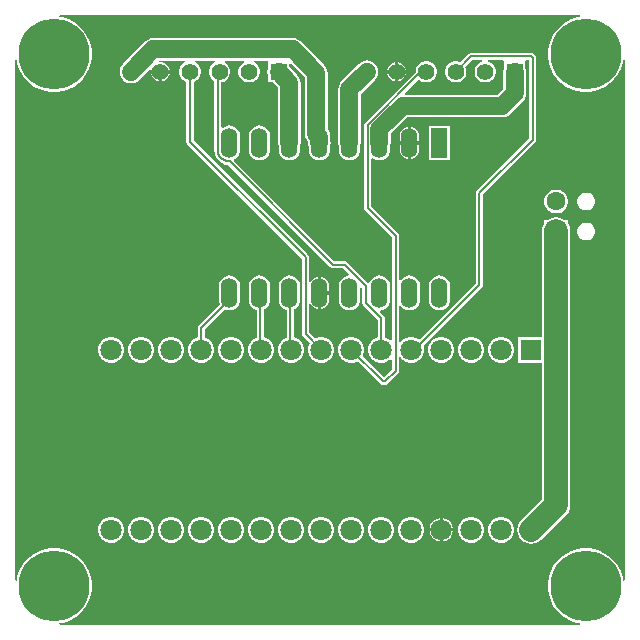
<source format=gtl>
G04*
G04 #@! TF.GenerationSoftware,Altium Limited,Altium Designer,22.11.1 (43)*
G04*
G04 Layer_Physical_Order=1*
G04 Layer_Color=255*
%FSLAX25Y25*%
%MOIN*%
G70*
G04*
G04 #@! TF.SameCoordinates,3EAF4D91-0D8D-45E1-A7EC-BFDBC9DB4610*
G04*
G04*
G04 #@! TF.FilePolarity,Positive*
G04*
G01*
G75*
%ADD10C,0.00787*%
%ADD17R,0.05512X0.05512*%
%ADD18C,0.05512*%
%ADD23C,0.05906*%
%ADD24C,0.07874*%
%ADD25C,0.01500*%
%ADD26C,0.23622*%
%ADD27R,0.07087X0.07087*%
%ADD28C,0.07087*%
%ADD29R,0.06299X0.06299*%
%ADD30C,0.06299*%
%ADD31R,0.05500X0.10000*%
%ADD32O,0.05500X0.10000*%
G36*
X175406Y12477D02*
X174215Y12288D01*
X172329Y11675D01*
X170562Y10775D01*
X168958Y9610D01*
X167556Y8207D01*
X166390Y6603D01*
X165490Y4836D01*
X164877Y2950D01*
X164567Y991D01*
Y-991D01*
X164877Y-2950D01*
X165490Y-4836D01*
X166390Y-6603D01*
X167556Y-8207D01*
X168958Y-9610D01*
X170562Y-10775D01*
X172329Y-11675D01*
X174215Y-12288D01*
X176174Y-12598D01*
X178157D01*
X180115Y-12288D01*
X182001Y-11675D01*
X183768Y-10775D01*
X185373Y-9610D01*
X186775Y-8207D01*
X187941Y-6603D01*
X188841Y-4836D01*
X189454Y-2950D01*
X189642Y-1760D01*
X190142Y-1799D01*
Y-175366D01*
X189642Y-175406D01*
X189454Y-174215D01*
X188841Y-172329D01*
X187941Y-170562D01*
X186775Y-168958D01*
X185373Y-167556D01*
X183768Y-166390D01*
X182001Y-165490D01*
X180115Y-164877D01*
X178157Y-164567D01*
X176174D01*
X174215Y-164877D01*
X172329Y-165490D01*
X170562Y-166390D01*
X168958Y-167556D01*
X167556Y-168958D01*
X166390Y-170562D01*
X165490Y-172329D01*
X164877Y-174215D01*
X164567Y-176174D01*
Y-178157D01*
X164877Y-180115D01*
X165490Y-182001D01*
X166390Y-183768D01*
X167556Y-185373D01*
X168958Y-186775D01*
X170562Y-187941D01*
X172329Y-188841D01*
X174215Y-189454D01*
X175406Y-189642D01*
X175366Y-190142D01*
X1799D01*
X1760Y-189642D01*
X2950Y-189454D01*
X4836Y-188841D01*
X6603Y-187941D01*
X8207Y-186775D01*
X9610Y-185373D01*
X10775Y-183768D01*
X11675Y-182001D01*
X12288Y-180115D01*
X12598Y-178157D01*
Y-176174D01*
X12288Y-174215D01*
X11675Y-172329D01*
X10775Y-170562D01*
X9610Y-168958D01*
X8207Y-167556D01*
X6603Y-166390D01*
X4836Y-165490D01*
X2950Y-164877D01*
X991Y-164567D01*
X-991D01*
X-2950Y-164877D01*
X-4836Y-165490D01*
X-6603Y-166390D01*
X-8207Y-167556D01*
X-9610Y-168958D01*
X-10775Y-170562D01*
X-11675Y-172329D01*
X-12288Y-174215D01*
X-12477Y-175406D01*
X-12977Y-175366D01*
Y-1799D01*
X-12477Y-1760D01*
X-12288Y-2950D01*
X-11675Y-4836D01*
X-10775Y-6603D01*
X-9610Y-8207D01*
X-8207Y-9610D01*
X-6603Y-10775D01*
X-4836Y-11675D01*
X-2950Y-12288D01*
X-991Y-12598D01*
X991D01*
X2950Y-12288D01*
X4836Y-11675D01*
X6603Y-10775D01*
X8207Y-9610D01*
X9610Y-8207D01*
X10775Y-6603D01*
X11675Y-4836D01*
X12288Y-2950D01*
X12598Y-991D01*
Y991D01*
X12288Y2950D01*
X11675Y4836D01*
X10775Y6603D01*
X9610Y8207D01*
X8207Y9610D01*
X6603Y10775D01*
X4836Y11675D01*
X2950Y12288D01*
X1760Y12477D01*
X1799Y12977D01*
X175366D01*
X175406Y12477D01*
D02*
G37*
%LPC*%
G36*
X114764Y-2705D02*
Y-5217D01*
X117276D01*
X117108Y-4591D01*
X116693Y-3873D01*
X116107Y-3287D01*
X115389Y-2872D01*
X114764Y-2705D01*
D02*
G37*
G36*
X113583Y-2705D02*
X112958Y-2872D01*
X112239Y-3287D01*
X111653Y-3873D01*
X111238Y-4591D01*
X111071Y-5217D01*
X113583D01*
Y-2705D01*
D02*
G37*
G36*
X117276Y-6398D02*
X114764D01*
Y-8910D01*
X115389Y-8742D01*
X116107Y-8327D01*
X116693Y-7741D01*
X117108Y-7023D01*
X117276Y-6398D01*
D02*
G37*
G36*
X38535D02*
X36024D01*
Y-8910D01*
X36649Y-8742D01*
X37367Y-8327D01*
X37953Y-7741D01*
X38368Y-7023D01*
X38535Y-6398D01*
D02*
G37*
G36*
X113583D02*
X111071D01*
X111238Y-7023D01*
X111653Y-7741D01*
X112239Y-8327D01*
X112958Y-8742D01*
X113583Y-8910D01*
Y-6398D01*
D02*
G37*
G36*
X34843D02*
X32331D01*
X32498Y-7023D01*
X32913Y-7741D01*
X33499Y-8327D01*
X34217Y-8742D01*
X34843Y-8910D01*
Y-6398D01*
D02*
G37*
G36*
X104331Y-2035D02*
X103354Y-2163D01*
X102445Y-2540D01*
X101663Y-3140D01*
X95758Y-9045D01*
X95158Y-9826D01*
X94781Y-10736D01*
X94653Y-11713D01*
Y-29528D01*
X94781Y-30504D01*
X94857Y-30687D01*
Y-31778D01*
X94979Y-32701D01*
X95335Y-33562D01*
X95902Y-34301D01*
X96641Y-34868D01*
X97502Y-35224D01*
X98425Y-35346D01*
X99349Y-35224D01*
X100209Y-34868D01*
X100948Y-34301D01*
X101515Y-33562D01*
X101872Y-32701D01*
X101993Y-31778D01*
Y-30687D01*
X102069Y-30504D01*
X102198Y-29528D01*
Y-13275D01*
X106998Y-8475D01*
X107598Y-7693D01*
X107975Y-6784D01*
X108103Y-5807D01*
X107975Y-4831D01*
X107598Y-3921D01*
X106998Y-3140D01*
X106217Y-2540D01*
X105307Y-2163D01*
X104331Y-2035D01*
D02*
G37*
G36*
X68425Y-23710D02*
X67502Y-23831D01*
X66641Y-24188D01*
X65902Y-24755D01*
X65335Y-25494D01*
X64979Y-26354D01*
X64857Y-27278D01*
Y-31778D01*
X64979Y-32701D01*
X65335Y-33562D01*
X65902Y-34301D01*
X66641Y-34868D01*
X67502Y-35224D01*
X68425Y-35346D01*
X69349Y-35224D01*
X70209Y-34868D01*
X70948Y-34301D01*
X71515Y-33562D01*
X71872Y-32701D01*
X71993Y-31778D01*
Y-27278D01*
X71872Y-26354D01*
X71515Y-25494D01*
X70948Y-24755D01*
X70209Y-24188D01*
X69349Y-23831D01*
X68425Y-23710D01*
D02*
G37*
G36*
X177712Y-46102D02*
X176934D01*
X176183Y-46304D01*
X175510Y-46692D01*
X174960Y-47242D01*
X174571Y-47915D01*
X174370Y-48666D01*
Y-49444D01*
X174571Y-50195D01*
X174960Y-50868D01*
X175510Y-51418D01*
X176183Y-51807D01*
X176934Y-52008D01*
X177712D01*
X178463Y-51807D01*
X179136Y-51418D01*
X179686Y-50868D01*
X180074Y-50195D01*
X180276Y-49444D01*
Y-48666D01*
X180074Y-47915D01*
X179686Y-47242D01*
X179136Y-46692D01*
X178463Y-46304D01*
X177712Y-46102D01*
D02*
G37*
G36*
X167841Y-45118D02*
X166805D01*
X165803Y-45386D01*
X164906Y-45905D01*
X164172Y-46638D01*
X163654Y-47535D01*
X163386Y-48537D01*
Y-49573D01*
X163654Y-50575D01*
X164172Y-51473D01*
X164906Y-52205D01*
X165803Y-52724D01*
X166805Y-52992D01*
X167841D01*
X168842Y-52724D01*
X169740Y-52205D01*
X170473Y-51473D01*
X170992Y-50575D01*
X171260Y-49573D01*
Y-48537D01*
X170992Y-47535D01*
X170473Y-46638D01*
X169740Y-45905D01*
X168842Y-45386D01*
X167841Y-45118D01*
D02*
G37*
G36*
X177712Y-56102D02*
X176934D01*
X176183Y-56304D01*
X175510Y-56692D01*
X174960Y-57242D01*
X174571Y-57915D01*
X174370Y-58666D01*
Y-59444D01*
X174571Y-60195D01*
X174960Y-60868D01*
X175510Y-61418D01*
X176183Y-61807D01*
X176934Y-62008D01*
X177712D01*
X178463Y-61807D01*
X179136Y-61418D01*
X179686Y-60868D01*
X180074Y-60195D01*
X180276Y-59444D01*
Y-58666D01*
X180074Y-57915D01*
X179686Y-57242D01*
X179136Y-56692D01*
X178463Y-56304D01*
X177712Y-56102D01*
D02*
G37*
G36*
X89016Y-74185D02*
Y-78937D01*
X91596D01*
Y-77278D01*
X91488Y-76457D01*
X91171Y-75692D01*
X90667Y-75035D01*
X90011Y-74532D01*
X89246Y-74215D01*
X89016Y-74185D01*
D02*
G37*
G36*
X91596Y-80118D02*
X89016D01*
Y-84871D01*
X89246Y-84840D01*
X90011Y-84524D01*
X90667Y-84020D01*
X91171Y-83363D01*
X91488Y-82598D01*
X91596Y-81778D01*
Y-80118D01*
D02*
G37*
G36*
X58425Y-73710D02*
X57502Y-73831D01*
X56641Y-74188D01*
X55902Y-74755D01*
X55335Y-75494D01*
X54979Y-76354D01*
X54857Y-77278D01*
Y-81778D01*
X54979Y-82701D01*
X55219Y-83281D01*
X48204Y-90296D01*
X47943Y-90687D01*
X47851Y-91148D01*
X47851Y-91148D01*
Y-94264D01*
X47383Y-94390D01*
X46396Y-94960D01*
X45590Y-95766D01*
X45020Y-96754D01*
X44724Y-97855D01*
Y-98995D01*
X45020Y-100097D01*
X45590Y-101084D01*
X46396Y-101891D01*
X47383Y-102461D01*
X48485Y-102756D01*
X49625D01*
X50727Y-102461D01*
X51714Y-101891D01*
X52521Y-101084D01*
X53091Y-100097D01*
X53386Y-98995D01*
Y-97855D01*
X53091Y-96754D01*
X52521Y-95766D01*
X51714Y-94960D01*
X50727Y-94390D01*
X50259Y-94264D01*
Y-91646D01*
X56922Y-84984D01*
X57502Y-85224D01*
X58425Y-85346D01*
X59349Y-85224D01*
X60209Y-84868D01*
X60948Y-84301D01*
X61515Y-83561D01*
X61872Y-82701D01*
X61993Y-81778D01*
Y-77278D01*
X61872Y-76354D01*
X61515Y-75494D01*
X60948Y-74755D01*
X60209Y-74188D01*
X59349Y-73831D01*
X58425Y-73710D01*
D02*
G37*
G36*
X149625Y-94095D02*
X148485D01*
X147383Y-94390D01*
X146396Y-94960D01*
X145590Y-95766D01*
X145020Y-96754D01*
X144724Y-97855D01*
Y-98995D01*
X145020Y-100097D01*
X145590Y-101084D01*
X146396Y-101891D01*
X147383Y-102461D01*
X148485Y-102756D01*
X149625D01*
X150727Y-102461D01*
X151714Y-101891D01*
X152521Y-101084D01*
X153091Y-100097D01*
X153386Y-98995D01*
Y-97855D01*
X153091Y-96754D01*
X152521Y-95766D01*
X151714Y-94960D01*
X150727Y-94390D01*
X149625Y-94095D01*
D02*
G37*
G36*
X139625D02*
X138485D01*
X137383Y-94390D01*
X136396Y-94960D01*
X135590Y-95766D01*
X135020Y-96754D01*
X134724Y-97855D01*
Y-98995D01*
X135020Y-100097D01*
X135590Y-101084D01*
X136396Y-101891D01*
X137383Y-102461D01*
X138485Y-102756D01*
X139625D01*
X140727Y-102461D01*
X141714Y-101891D01*
X142520Y-101084D01*
X143091Y-100097D01*
X143386Y-98995D01*
Y-97855D01*
X143091Y-96754D01*
X142520Y-95766D01*
X141714Y-94960D01*
X140727Y-94390D01*
X139625Y-94095D01*
D02*
G37*
G36*
X129625D02*
X128485D01*
X127383Y-94390D01*
X126396Y-94960D01*
X125590Y-95766D01*
X125020Y-96754D01*
X124724Y-97855D01*
Y-98995D01*
X125020Y-100097D01*
X125590Y-101084D01*
X126396Y-101891D01*
X127383Y-102461D01*
X128485Y-102756D01*
X129625D01*
X130727Y-102461D01*
X131714Y-101891D01*
X132520Y-101084D01*
X133091Y-100097D01*
X133386Y-98995D01*
Y-97855D01*
X133091Y-96754D01*
X132520Y-95766D01*
X131714Y-94960D01*
X130727Y-94390D01*
X129625Y-94095D01*
D02*
G37*
G36*
X78425Y-73710D02*
X77502Y-73831D01*
X76641Y-74188D01*
X75902Y-74755D01*
X75335Y-75494D01*
X74979Y-76354D01*
X74857Y-77278D01*
Y-81778D01*
X74979Y-82701D01*
X75335Y-83561D01*
X75902Y-84301D01*
X76641Y-84868D01*
X77502Y-85224D01*
X77536Y-85228D01*
Y-94349D01*
X77384Y-94390D01*
X76396Y-94960D01*
X75590Y-95766D01*
X75020Y-96754D01*
X74724Y-97855D01*
Y-98995D01*
X75020Y-100097D01*
X75590Y-101084D01*
X76396Y-101891D01*
X77384Y-102461D01*
X78485Y-102756D01*
X79625D01*
X80727Y-102461D01*
X81714Y-101891D01*
X82521Y-101084D01*
X83091Y-100097D01*
X83386Y-98995D01*
Y-97855D01*
X83091Y-96754D01*
X82521Y-95766D01*
X81714Y-94960D01*
X80727Y-94390D01*
X79944Y-94180D01*
Y-84977D01*
X80209Y-84868D01*
X80948Y-84301D01*
X81515Y-83561D01*
X81872Y-82701D01*
X81993Y-81778D01*
Y-77278D01*
X81872Y-76354D01*
X81515Y-75494D01*
X80948Y-74755D01*
X80209Y-74188D01*
X79349Y-73831D01*
X78425Y-73710D01*
D02*
G37*
G36*
X68425D02*
X67502Y-73831D01*
X66641Y-74188D01*
X65902Y-74755D01*
X65335Y-75494D01*
X64979Y-76354D01*
X64857Y-77278D01*
Y-81778D01*
X64979Y-82701D01*
X65335Y-83561D01*
X65902Y-84301D01*
X66641Y-84868D01*
X67502Y-85224D01*
X67536Y-85228D01*
Y-94349D01*
X67383Y-94390D01*
X66396Y-94960D01*
X65590Y-95766D01*
X65020Y-96754D01*
X64724Y-97855D01*
Y-98995D01*
X65020Y-100097D01*
X65590Y-101084D01*
X66396Y-101891D01*
X67383Y-102461D01*
X68485Y-102756D01*
X69625D01*
X70727Y-102461D01*
X71714Y-101891D01*
X72521Y-101084D01*
X73091Y-100097D01*
X73386Y-98995D01*
Y-97855D01*
X73091Y-96754D01*
X72521Y-95766D01*
X71714Y-94960D01*
X70727Y-94390D01*
X69944Y-94180D01*
Y-84977D01*
X70209Y-84868D01*
X70948Y-84301D01*
X71515Y-83561D01*
X71872Y-82701D01*
X71993Y-81778D01*
Y-77278D01*
X71872Y-76354D01*
X71515Y-75494D01*
X70948Y-74755D01*
X70209Y-74188D01*
X69349Y-73831D01*
X68425Y-73710D01*
D02*
G37*
G36*
X59625Y-94095D02*
X58485D01*
X57384Y-94390D01*
X56396Y-94960D01*
X55590Y-95766D01*
X55020Y-96754D01*
X54724Y-97855D01*
Y-98995D01*
X55020Y-100097D01*
X55590Y-101084D01*
X56396Y-101891D01*
X57384Y-102461D01*
X58485Y-102756D01*
X59625D01*
X60727Y-102461D01*
X61714Y-101891D01*
X62520Y-101084D01*
X63091Y-100097D01*
X63386Y-98995D01*
Y-97855D01*
X63091Y-96754D01*
X62520Y-95766D01*
X61714Y-94960D01*
X60727Y-94390D01*
X59625Y-94095D01*
D02*
G37*
G36*
X39625D02*
X38485D01*
X37383Y-94390D01*
X36396Y-94960D01*
X35590Y-95766D01*
X35019Y-96754D01*
X34724Y-97855D01*
Y-98995D01*
X35019Y-100097D01*
X35590Y-101084D01*
X36396Y-101891D01*
X37383Y-102461D01*
X38485Y-102756D01*
X39625D01*
X40727Y-102461D01*
X41714Y-101891D01*
X42520Y-101084D01*
X43091Y-100097D01*
X43386Y-98995D01*
Y-97855D01*
X43091Y-96754D01*
X42520Y-95766D01*
X41714Y-94960D01*
X40727Y-94390D01*
X39625Y-94095D01*
D02*
G37*
G36*
X29625D02*
X28485D01*
X27384Y-94390D01*
X26396Y-94960D01*
X25590Y-95766D01*
X25020Y-96754D01*
X24724Y-97855D01*
Y-98995D01*
X25020Y-100097D01*
X25590Y-101084D01*
X26396Y-101891D01*
X27384Y-102461D01*
X28485Y-102756D01*
X29625D01*
X30727Y-102461D01*
X31714Y-101891D01*
X32520Y-101084D01*
X33091Y-100097D01*
X33386Y-98995D01*
Y-97855D01*
X33091Y-96754D01*
X32520Y-95766D01*
X31714Y-94960D01*
X30727Y-94390D01*
X29625Y-94095D01*
D02*
G37*
G36*
X19625D02*
X18485D01*
X17383Y-94390D01*
X16396Y-94960D01*
X15590Y-95766D01*
X15020Y-96754D01*
X14724Y-97855D01*
Y-98995D01*
X15020Y-100097D01*
X15590Y-101084D01*
X16396Y-101891D01*
X17383Y-102461D01*
X18485Y-102756D01*
X19625D01*
X20727Y-102461D01*
X21714Y-101891D01*
X22521Y-101084D01*
X23091Y-100097D01*
X23386Y-98995D01*
Y-97855D01*
X23091Y-96754D01*
X22521Y-95766D01*
X21714Y-94960D01*
X20727Y-94390D01*
X19625Y-94095D01*
D02*
G37*
G36*
X79516Y5446D02*
X33071D01*
X32094Y5317D01*
X31185Y4940D01*
X30403Y4341D01*
X22923Y-3140D01*
X22323Y-3921D01*
X21947Y-4831D01*
X21818Y-5807D01*
X21947Y-6784D01*
X22323Y-7693D01*
X22923Y-8475D01*
X23704Y-9074D01*
X24614Y-9451D01*
X25591Y-9579D01*
X26567Y-9451D01*
X27477Y-9074D01*
X28258Y-8475D01*
X31922Y-4811D01*
X32370Y-5070D01*
X32331Y-5217D01*
X35433D01*
X38535D01*
X38368Y-4591D01*
X37953Y-3873D01*
X37367Y-3287D01*
X36649Y-2872D01*
X35848Y-2657D01*
X35148D01*
X34914Y-2365D01*
X34849Y-2185D01*
X34901Y-2099D01*
X43611D01*
X43745Y-2599D01*
X43100Y-2972D01*
X42440Y-3632D01*
X41974Y-4439D01*
X41732Y-5341D01*
Y-6274D01*
X41974Y-7175D01*
X42440Y-7983D01*
X43100Y-8642D01*
X43908Y-9109D01*
X44071Y-9153D01*
Y-29134D01*
X44071Y-29134D01*
X44163Y-29595D01*
X44424Y-29985D01*
X82654Y-68215D01*
Y-93228D01*
X82654Y-93228D01*
X82746Y-93689D01*
X83007Y-94080D01*
X85261Y-96335D01*
X85020Y-96754D01*
X84724Y-97855D01*
Y-98995D01*
X85020Y-100097D01*
X85590Y-101084D01*
X86396Y-101891D01*
X87384Y-102461D01*
X88485Y-102756D01*
X89625D01*
X90727Y-102461D01*
X91714Y-101891D01*
X92520Y-101084D01*
X93091Y-100097D01*
X93386Y-98995D01*
Y-97855D01*
X93091Y-96754D01*
X92520Y-95766D01*
X91714Y-94960D01*
X90727Y-94390D01*
X89625Y-94095D01*
X88485D01*
X87384Y-94390D01*
X86964Y-94632D01*
X85062Y-92730D01*
Y-83181D01*
X85562Y-83081D01*
X85679Y-83363D01*
X86183Y-84020D01*
X86840Y-84524D01*
X87604Y-84840D01*
X87835Y-84871D01*
Y-79528D01*
Y-74185D01*
X87604Y-74215D01*
X86840Y-74532D01*
X86183Y-75035D01*
X85679Y-75692D01*
X85562Y-75974D01*
X85062Y-75874D01*
Y-67717D01*
X85062Y-67716D01*
X84971Y-67256D01*
X84710Y-66865D01*
X46480Y-28635D01*
Y-9153D01*
X46643Y-9109D01*
X47451Y-8642D01*
X48111Y-7983D01*
X48577Y-7175D01*
X48819Y-6274D01*
Y-5341D01*
X48577Y-4439D01*
X48111Y-3632D01*
X47451Y-2972D01*
X46806Y-2599D01*
X46940Y-2099D01*
X53454D01*
X53588Y-2599D01*
X52943Y-2972D01*
X52283Y-3632D01*
X51816Y-4439D01*
X51575Y-5341D01*
Y-6274D01*
X51816Y-7175D01*
X52283Y-7983D01*
X52943Y-8642D01*
X53290Y-8843D01*
Y-31778D01*
X53269D01*
X53445Y-33112D01*
X53960Y-34356D01*
X54779Y-35424D01*
X55847Y-36243D01*
X57091Y-36758D01*
X58011Y-36879D01*
X92062Y-70930D01*
X92453Y-71191D01*
X92913Y-71283D01*
X92913Y-71283D01*
X96287D01*
X98234Y-73230D01*
X98055Y-73758D01*
X97502Y-73831D01*
X96641Y-74188D01*
X95902Y-74755D01*
X95335Y-75494D01*
X94979Y-76354D01*
X94857Y-77278D01*
Y-81778D01*
X94979Y-82701D01*
X95335Y-83561D01*
X95902Y-84301D01*
X96641Y-84868D01*
X97502Y-85224D01*
X98425Y-85346D01*
X99349Y-85224D01*
X100209Y-84868D01*
X100948Y-84301D01*
X101515Y-83561D01*
X101872Y-82701D01*
X101993Y-81778D01*
Y-77912D01*
X102490Y-77688D01*
X102747Y-77888D01*
Y-82863D01*
X102747Y-82863D01*
X102839Y-83324D01*
X103100Y-83715D01*
X107851Y-88466D01*
Y-94264D01*
X107384Y-94390D01*
X106396Y-94960D01*
X105590Y-95766D01*
X105020Y-96754D01*
X104724Y-97855D01*
Y-98995D01*
X105020Y-100097D01*
X105590Y-101084D01*
X106396Y-101891D01*
X107384Y-102461D01*
X108485Y-102756D01*
X109625D01*
X110727Y-102461D01*
X111714Y-101891D01*
X112075Y-101530D01*
X112575Y-101737D01*
Y-105013D01*
X109961Y-107628D01*
X102849Y-100516D01*
X103091Y-100097D01*
X103386Y-98995D01*
Y-97855D01*
X103091Y-96754D01*
X102521Y-95766D01*
X101714Y-94960D01*
X100727Y-94390D01*
X99625Y-94095D01*
X98485D01*
X97383Y-94390D01*
X96396Y-94960D01*
X95590Y-95766D01*
X95020Y-96754D01*
X94724Y-97855D01*
Y-98995D01*
X95020Y-100097D01*
X95590Y-101084D01*
X96396Y-101891D01*
X97383Y-102461D01*
X98485Y-102756D01*
X99625D01*
X100727Y-102461D01*
X101146Y-102219D01*
X108783Y-109856D01*
X109174Y-110117D01*
X109634Y-110209D01*
X109634Y-110209D01*
X110287D01*
X110287Y-110209D01*
X110748Y-110117D01*
X111138Y-109856D01*
X114631Y-106363D01*
X114631Y-106363D01*
X114892Y-105973D01*
X114984Y-105512D01*
Y-101035D01*
X115484Y-100901D01*
X115590Y-101084D01*
X116396Y-101891D01*
X117384Y-102461D01*
X118485Y-102756D01*
X119625D01*
X120727Y-102461D01*
X121714Y-101891D01*
X122520Y-101084D01*
X123091Y-100097D01*
X123386Y-98995D01*
Y-97855D01*
X123167Y-97040D01*
X142584Y-77623D01*
X142845Y-77232D01*
X142937Y-76772D01*
X142937Y-76772D01*
Y-46676D01*
X160300Y-29312D01*
X160561Y-28921D01*
X160653Y-28460D01*
Y-1127D01*
X160653Y-1127D01*
X160561Y-666D01*
X160300Y-276D01*
X160300Y-276D01*
X159839Y186D01*
X159448Y447D01*
X158988Y538D01*
X158987Y538D01*
X139000D01*
X138999Y538D01*
X138539Y447D01*
X138148Y186D01*
X138148Y186D01*
X135372Y-2590D01*
X135226Y-2505D01*
X134325Y-2264D01*
X133392D01*
X132491Y-2505D01*
X131683Y-2972D01*
X131023Y-3632D01*
X130556Y-4439D01*
X130315Y-5341D01*
Y-6274D01*
X130556Y-7175D01*
X131023Y-7983D01*
X131683Y-8642D01*
X132491Y-9109D01*
X133392Y-9350D01*
X134325D01*
X135226Y-9109D01*
X136034Y-8642D01*
X136694Y-7983D01*
X137160Y-7175D01*
X137402Y-6274D01*
Y-5341D01*
X137160Y-4439D01*
X137075Y-4293D01*
X139498Y-1870D01*
X142772D01*
X142838Y-2370D01*
X142333Y-2505D01*
X141525Y-2972D01*
X140866Y-3632D01*
X140399Y-4439D01*
X140157Y-5341D01*
Y-6274D01*
X140399Y-7175D01*
X140866Y-7983D01*
X141525Y-8642D01*
X142333Y-9109D01*
X143234Y-9350D01*
X144167D01*
X145069Y-9109D01*
X145876Y-8642D01*
X146536Y-7983D01*
X147003Y-7175D01*
X147244Y-6274D01*
Y-5341D01*
X147003Y-4439D01*
X146536Y-3632D01*
X145876Y-2972D01*
X145069Y-2505D01*
X144564Y-2370D01*
X144630Y-1870D01*
X149743D01*
X150000Y-2264D01*
Y-4588D01*
X149899Y-4831D01*
X149771Y-5807D01*
Y-11429D01*
X147760Y-13440D01*
X116993D01*
X116801Y-12979D01*
X121489Y-8291D01*
X121840Y-8642D01*
X122648Y-9109D01*
X123549Y-9350D01*
X124482D01*
X125383Y-9109D01*
X126191Y-8642D01*
X126851Y-7983D01*
X127318Y-7175D01*
X127559Y-6274D01*
Y-5341D01*
X127318Y-4439D01*
X126851Y-3632D01*
X126191Y-2972D01*
X125383Y-2505D01*
X124482Y-2264D01*
X123549D01*
X122648Y-2505D01*
X121840Y-2972D01*
X121180Y-3632D01*
X120714Y-4439D01*
X120473Y-5341D01*
Y-5901D01*
X103643Y-22731D01*
X103382Y-23122D01*
X103290Y-23583D01*
X103290Y-23583D01*
Y-51161D01*
X103290Y-51161D01*
X103382Y-51622D01*
X103643Y-52012D01*
X112575Y-60945D01*
Y-95114D01*
X112075Y-95321D01*
X111714Y-94960D01*
X110727Y-94390D01*
X110259Y-94264D01*
Y-87967D01*
X110168Y-87506D01*
X109907Y-87115D01*
X109907Y-87115D01*
X108616Y-85825D01*
X108795Y-85297D01*
X109349Y-85224D01*
X110209Y-84868D01*
X110948Y-84301D01*
X111515Y-83561D01*
X111872Y-82701D01*
X111993Y-81778D01*
Y-77278D01*
X111872Y-76354D01*
X111515Y-75494D01*
X110948Y-74755D01*
X110209Y-74188D01*
X109349Y-73831D01*
X108425Y-73710D01*
X107502Y-73831D01*
X106641Y-74188D01*
X105902Y-74755D01*
X105335Y-75494D01*
X105123Y-76006D01*
X104533Y-76123D01*
X97637Y-69227D01*
X97247Y-68966D01*
X96786Y-68875D01*
X96786Y-68875D01*
X93412D01*
X59959Y-35421D01*
X60056Y-34931D01*
X60209Y-34868D01*
X60948Y-34301D01*
X61515Y-33562D01*
X61872Y-32701D01*
X61993Y-31778D01*
Y-27278D01*
X61872Y-26354D01*
X61515Y-25494D01*
X60948Y-24755D01*
X60209Y-24188D01*
X59349Y-23831D01*
X58425Y-23710D01*
X57502Y-23831D01*
X56641Y-24188D01*
X56198Y-24528D01*
X55698Y-24281D01*
Y-9320D01*
X56486Y-9109D01*
X57294Y-8642D01*
X57953Y-7983D01*
X58420Y-7175D01*
X58661Y-6274D01*
Y-5341D01*
X58420Y-4439D01*
X57953Y-3632D01*
X57294Y-2972D01*
X56648Y-2599D01*
X56782Y-2099D01*
X63296D01*
X63430Y-2599D01*
X62785Y-2972D01*
X62125Y-3632D01*
X61659Y-4439D01*
X61417Y-5341D01*
Y-6274D01*
X61659Y-7175D01*
X62125Y-7983D01*
X62785Y-8642D01*
X63593Y-9109D01*
X64494Y-9350D01*
X65427D01*
X66328Y-9109D01*
X67136Y-8642D01*
X67796Y-7983D01*
X68262Y-7175D01*
X68504Y-6274D01*
Y-5341D01*
X68262Y-4439D01*
X67796Y-3632D01*
X67136Y-2972D01*
X66491Y-2599D01*
X66625Y-2099D01*
X70828D01*
X71260Y-2264D01*
Y-4588D01*
X71159Y-4831D01*
X71031Y-5807D01*
X71159Y-6784D01*
X71260Y-7026D01*
Y-9350D01*
X73011D01*
X74653Y-10992D01*
Y-29528D01*
X74781Y-30504D01*
X74857Y-30687D01*
Y-31778D01*
X74979Y-32701D01*
X75335Y-33562D01*
X75902Y-34301D01*
X76641Y-34868D01*
X77502Y-35224D01*
X78425Y-35346D01*
X79349Y-35224D01*
X80209Y-34868D01*
X80948Y-34301D01*
X81515Y-33562D01*
X81872Y-32701D01*
X81993Y-31778D01*
Y-30687D01*
X82069Y-30504D01*
X82198Y-29528D01*
Y-9429D01*
X82069Y-8453D01*
X81692Y-7543D01*
X81093Y-6762D01*
X78347Y-4015D01*
Y-3145D01*
X78808Y-2954D01*
X83629Y-7775D01*
Y-26659D01*
X83758Y-27636D01*
X84135Y-28546D01*
X84450Y-28957D01*
Y-29325D01*
X84579Y-30301D01*
X84857Y-30974D01*
Y-31778D01*
X84979Y-32701D01*
X85335Y-33562D01*
X85902Y-34301D01*
X86641Y-34868D01*
X87502Y-35224D01*
X88425Y-35346D01*
X89349Y-35224D01*
X90209Y-34868D01*
X90948Y-34301D01*
X91515Y-33562D01*
X91872Y-32701D01*
X91993Y-31778D01*
Y-30687D01*
X92069Y-30504D01*
X92198Y-29528D01*
X92069Y-28551D01*
X91995Y-28372D01*
Y-27480D01*
X91993Y-27467D01*
Y-27278D01*
X91872Y-26354D01*
X91515Y-25494D01*
X91174Y-25049D01*
Y-6212D01*
X91045Y-5236D01*
X90669Y-4326D01*
X90069Y-3545D01*
X82183Y4341D01*
X81402Y4940D01*
X80492Y5317D01*
X79516Y5446D01*
D02*
G37*
G36*
X129646Y-154508D02*
Y-157835D01*
X132973D01*
X132724Y-156906D01*
X132205Y-156008D01*
X131473Y-155275D01*
X130575Y-154756D01*
X129646Y-154508D01*
D02*
G37*
G36*
X128465D02*
X127535Y-154756D01*
X126638Y-155275D01*
X125905Y-156008D01*
X125386Y-156906D01*
X125137Y-157835D01*
X128465D01*
Y-154508D01*
D02*
G37*
G36*
X132973Y-159016D02*
X129646D01*
Y-162343D01*
X130575Y-162094D01*
X131473Y-161576D01*
X132205Y-160843D01*
X132724Y-159945D01*
X132973Y-159016D01*
D02*
G37*
G36*
X128465D02*
X125137D01*
X125386Y-159945D01*
X125905Y-160843D01*
X126638Y-161576D01*
X127535Y-162094D01*
X128465Y-162343D01*
Y-159016D01*
D02*
G37*
G36*
X149625Y-154095D02*
X148485D01*
X147383Y-154390D01*
X146396Y-154960D01*
X145590Y-155766D01*
X145020Y-156754D01*
X144724Y-157855D01*
Y-158995D01*
X145020Y-160097D01*
X145590Y-161084D01*
X146396Y-161891D01*
X147383Y-162461D01*
X148485Y-162756D01*
X149625D01*
X150727Y-162461D01*
X151714Y-161891D01*
X152521Y-161084D01*
X153091Y-160097D01*
X153386Y-158995D01*
Y-157855D01*
X153091Y-156754D01*
X152521Y-155766D01*
X151714Y-154960D01*
X150727Y-154390D01*
X149625Y-154095D01*
D02*
G37*
G36*
X139625D02*
X138485D01*
X137383Y-154390D01*
X136396Y-154960D01*
X135590Y-155766D01*
X135020Y-156754D01*
X134724Y-157855D01*
Y-158995D01*
X135020Y-160097D01*
X135590Y-161084D01*
X136396Y-161891D01*
X137383Y-162461D01*
X138485Y-162756D01*
X139625D01*
X140727Y-162461D01*
X141714Y-161891D01*
X142520Y-161084D01*
X143091Y-160097D01*
X143386Y-158995D01*
Y-157855D01*
X143091Y-156754D01*
X142520Y-155766D01*
X141714Y-154960D01*
X140727Y-154390D01*
X139625Y-154095D01*
D02*
G37*
G36*
X119625D02*
X118485D01*
X117384Y-154390D01*
X116396Y-154960D01*
X115590Y-155766D01*
X115020Y-156754D01*
X114724Y-157855D01*
Y-158995D01*
X115020Y-160097D01*
X115590Y-161084D01*
X116396Y-161891D01*
X117384Y-162461D01*
X118485Y-162756D01*
X119625D01*
X120727Y-162461D01*
X121714Y-161891D01*
X122520Y-161084D01*
X123091Y-160097D01*
X123386Y-158995D01*
Y-157855D01*
X123091Y-156754D01*
X122520Y-155766D01*
X121714Y-154960D01*
X120727Y-154390D01*
X119625Y-154095D01*
D02*
G37*
G36*
X109625D02*
X108485D01*
X107384Y-154390D01*
X106396Y-154960D01*
X105590Y-155766D01*
X105020Y-156754D01*
X104724Y-157855D01*
Y-158995D01*
X105020Y-160097D01*
X105590Y-161084D01*
X106396Y-161891D01*
X107384Y-162461D01*
X108485Y-162756D01*
X109625D01*
X110727Y-162461D01*
X111714Y-161891D01*
X112521Y-161084D01*
X113091Y-160097D01*
X113386Y-158995D01*
Y-157855D01*
X113091Y-156754D01*
X112521Y-155766D01*
X111714Y-154960D01*
X110727Y-154390D01*
X109625Y-154095D01*
D02*
G37*
G36*
X99625D02*
X98485D01*
X97383Y-154390D01*
X96396Y-154960D01*
X95590Y-155766D01*
X95020Y-156754D01*
X94724Y-157855D01*
Y-158995D01*
X95020Y-160097D01*
X95590Y-161084D01*
X96396Y-161891D01*
X97383Y-162461D01*
X98485Y-162756D01*
X99625D01*
X100727Y-162461D01*
X101714Y-161891D01*
X102521Y-161084D01*
X103091Y-160097D01*
X103386Y-158995D01*
Y-157855D01*
X103091Y-156754D01*
X102521Y-155766D01*
X101714Y-154960D01*
X100727Y-154390D01*
X99625Y-154095D01*
D02*
G37*
G36*
X89625D02*
X88485D01*
X87384Y-154390D01*
X86396Y-154960D01*
X85590Y-155766D01*
X85020Y-156754D01*
X84724Y-157855D01*
Y-158995D01*
X85020Y-160097D01*
X85590Y-161084D01*
X86396Y-161891D01*
X87384Y-162461D01*
X88485Y-162756D01*
X89625D01*
X90727Y-162461D01*
X91714Y-161891D01*
X92520Y-161084D01*
X93091Y-160097D01*
X93386Y-158995D01*
Y-157855D01*
X93091Y-156754D01*
X92520Y-155766D01*
X91714Y-154960D01*
X90727Y-154390D01*
X89625Y-154095D01*
D02*
G37*
G36*
X79625D02*
X78485D01*
X77384Y-154390D01*
X76396Y-154960D01*
X75590Y-155766D01*
X75020Y-156754D01*
X74724Y-157855D01*
Y-158995D01*
X75020Y-160097D01*
X75590Y-161084D01*
X76396Y-161891D01*
X77384Y-162461D01*
X78485Y-162756D01*
X79625D01*
X80727Y-162461D01*
X81714Y-161891D01*
X82521Y-161084D01*
X83091Y-160097D01*
X83386Y-158995D01*
Y-157855D01*
X83091Y-156754D01*
X82521Y-155766D01*
X81714Y-154960D01*
X80727Y-154390D01*
X79625Y-154095D01*
D02*
G37*
G36*
X69625D02*
X68485D01*
X67383Y-154390D01*
X66396Y-154960D01*
X65590Y-155766D01*
X65020Y-156754D01*
X64724Y-157855D01*
Y-158995D01*
X65020Y-160097D01*
X65590Y-161084D01*
X66396Y-161891D01*
X67383Y-162461D01*
X68485Y-162756D01*
X69625D01*
X70727Y-162461D01*
X71714Y-161891D01*
X72521Y-161084D01*
X73091Y-160097D01*
X73386Y-158995D01*
Y-157855D01*
X73091Y-156754D01*
X72521Y-155766D01*
X71714Y-154960D01*
X70727Y-154390D01*
X69625Y-154095D01*
D02*
G37*
G36*
X59625D02*
X58485D01*
X57384Y-154390D01*
X56396Y-154960D01*
X55590Y-155766D01*
X55020Y-156754D01*
X54724Y-157855D01*
Y-158995D01*
X55020Y-160097D01*
X55590Y-161084D01*
X56396Y-161891D01*
X57384Y-162461D01*
X58485Y-162756D01*
X59625D01*
X60727Y-162461D01*
X61714Y-161891D01*
X62520Y-161084D01*
X63091Y-160097D01*
X63386Y-158995D01*
Y-157855D01*
X63091Y-156754D01*
X62520Y-155766D01*
X61714Y-154960D01*
X60727Y-154390D01*
X59625Y-154095D01*
D02*
G37*
G36*
X49625D02*
X48485D01*
X47383Y-154390D01*
X46396Y-154960D01*
X45590Y-155766D01*
X45020Y-156754D01*
X44724Y-157855D01*
Y-158995D01*
X45020Y-160097D01*
X45590Y-161084D01*
X46396Y-161891D01*
X47383Y-162461D01*
X48485Y-162756D01*
X49625D01*
X50727Y-162461D01*
X51714Y-161891D01*
X52521Y-161084D01*
X53091Y-160097D01*
X53386Y-158995D01*
Y-157855D01*
X53091Y-156754D01*
X52521Y-155766D01*
X51714Y-154960D01*
X50727Y-154390D01*
X49625Y-154095D01*
D02*
G37*
G36*
X39625D02*
X38485D01*
X37383Y-154390D01*
X36396Y-154960D01*
X35590Y-155766D01*
X35019Y-156754D01*
X34724Y-157855D01*
Y-158995D01*
X35019Y-160097D01*
X35590Y-161084D01*
X36396Y-161891D01*
X37383Y-162461D01*
X38485Y-162756D01*
X39625D01*
X40727Y-162461D01*
X41714Y-161891D01*
X42520Y-161084D01*
X43091Y-160097D01*
X43386Y-158995D01*
Y-157855D01*
X43091Y-156754D01*
X42520Y-155766D01*
X41714Y-154960D01*
X40727Y-154390D01*
X39625Y-154095D01*
D02*
G37*
G36*
X29625D02*
X28485D01*
X27384Y-154390D01*
X26396Y-154960D01*
X25590Y-155766D01*
X25020Y-156754D01*
X24724Y-157855D01*
Y-158995D01*
X25020Y-160097D01*
X25590Y-161084D01*
X26396Y-161891D01*
X27384Y-162461D01*
X28485Y-162756D01*
X29625D01*
X30727Y-162461D01*
X31714Y-161891D01*
X32520Y-161084D01*
X33091Y-160097D01*
X33386Y-158995D01*
Y-157855D01*
X33091Y-156754D01*
X32520Y-155766D01*
X31714Y-154960D01*
X30727Y-154390D01*
X29625Y-154095D01*
D02*
G37*
G36*
X19625D02*
X18485D01*
X17383Y-154390D01*
X16396Y-154960D01*
X15590Y-155766D01*
X15020Y-156754D01*
X14724Y-157855D01*
Y-158995D01*
X15020Y-160097D01*
X15590Y-161084D01*
X16396Y-161891D01*
X17383Y-162461D01*
X18485Y-162756D01*
X19625D01*
X20727Y-162461D01*
X21714Y-161891D01*
X22521Y-161084D01*
X23091Y-160097D01*
X23386Y-158995D01*
Y-157855D01*
X23091Y-156754D01*
X22521Y-155766D01*
X21714Y-154960D01*
X20727Y-154390D01*
X19625Y-154095D01*
D02*
G37*
G36*
X167323Y-54290D02*
X166089Y-54452D01*
X164940Y-54928D01*
X164693Y-55118D01*
X163386D01*
Y-56425D01*
X163196Y-56673D01*
X162720Y-57822D01*
X162558Y-59055D01*
Y-94095D01*
X154724D01*
Y-102756D01*
X162558D01*
Y-148184D01*
X155686Y-155056D01*
X154928Y-156043D01*
X154452Y-157192D01*
X154290Y-158425D01*
X154452Y-159659D01*
X154928Y-160808D01*
X155686Y-161795D01*
X156673Y-162552D01*
X157822Y-163028D01*
X159055Y-163190D01*
X160288Y-163028D01*
X161438Y-162552D01*
X162425Y-161795D01*
X170692Y-153527D01*
X171450Y-152540D01*
X171926Y-151391D01*
X172088Y-150157D01*
Y-59055D01*
X171926Y-57822D01*
X171450Y-56673D01*
X171260Y-56425D01*
Y-55118D01*
X169953D01*
X169705Y-54928D01*
X168556Y-54452D01*
X167323Y-54290D01*
D02*
G37*
%LPD*%
G36*
X158245Y-27961D02*
X140881Y-45325D01*
X140620Y-45716D01*
X140528Y-46177D01*
X140528Y-46177D01*
Y-76273D01*
X121778Y-95023D01*
X121714Y-94960D01*
X120727Y-94390D01*
X119625Y-94095D01*
X118485D01*
X117384Y-94390D01*
X116396Y-94960D01*
X115590Y-95766D01*
X115484Y-95950D01*
X114984Y-95816D01*
Y-83925D01*
X115484Y-83755D01*
X115902Y-84301D01*
X116641Y-84868D01*
X117502Y-85224D01*
X118425Y-85346D01*
X119349Y-85224D01*
X120209Y-84868D01*
X120948Y-84301D01*
X121515Y-83561D01*
X121872Y-82701D01*
X121993Y-81778D01*
Y-77278D01*
X121872Y-76354D01*
X121515Y-75494D01*
X120948Y-74755D01*
X120209Y-74188D01*
X119349Y-73831D01*
X118425Y-73710D01*
X117502Y-73831D01*
X116641Y-74188D01*
X115902Y-74755D01*
X115484Y-75300D01*
X114984Y-75130D01*
Y-60446D01*
X114892Y-59985D01*
X114631Y-59595D01*
X105698Y-50662D01*
Y-34774D01*
X106198Y-34528D01*
X106641Y-34868D01*
X107502Y-35224D01*
X108425Y-35346D01*
X109349Y-35224D01*
X110209Y-34868D01*
X110948Y-34301D01*
X111515Y-33562D01*
X111872Y-32701D01*
X111993Y-31778D01*
Y-30687D01*
X112069Y-30504D01*
X112198Y-29528D01*
Y-26504D01*
X117716Y-20985D01*
X149323D01*
X150299Y-20857D01*
X151209Y-20480D01*
X151990Y-19880D01*
X156211Y-15660D01*
X156810Y-14878D01*
X157187Y-13969D01*
X157316Y-12992D01*
Y-5807D01*
X157187Y-4831D01*
X157087Y-4588D01*
Y-2264D01*
X157343Y-1870D01*
X158245D01*
Y-27961D01*
D02*
G37*
%LPC*%
G36*
X119016Y-24184D02*
Y-28937D01*
X121596D01*
Y-27278D01*
X121488Y-26457D01*
X121171Y-25692D01*
X120667Y-25035D01*
X120011Y-24532D01*
X119246Y-24215D01*
X119016Y-24184D01*
D02*
G37*
G36*
X117835D02*
X117604Y-24215D01*
X116840Y-24532D01*
X116183Y-25035D01*
X115679Y-25692D01*
X115362Y-26457D01*
X115254Y-27278D01*
Y-28937D01*
X117835D01*
Y-24184D01*
D02*
G37*
G36*
X121596Y-30118D02*
X119016D01*
Y-34871D01*
X119246Y-34840D01*
X120011Y-34524D01*
X120667Y-34020D01*
X121171Y-33363D01*
X121488Y-32598D01*
X121596Y-31778D01*
Y-30118D01*
D02*
G37*
G36*
X117835D02*
X115254D01*
Y-31778D01*
X115362Y-32598D01*
X115679Y-33363D01*
X116183Y-34020D01*
X116840Y-34524D01*
X117604Y-34840D01*
X117835Y-34871D01*
Y-30118D01*
D02*
G37*
G36*
X131963Y-23740D02*
X124888D01*
Y-35315D01*
X131963D01*
Y-23740D01*
D02*
G37*
G36*
X128425Y-73710D02*
X127502Y-73831D01*
X126641Y-74188D01*
X125902Y-74755D01*
X125335Y-75494D01*
X124979Y-76354D01*
X124857Y-77278D01*
Y-81778D01*
X124979Y-82701D01*
X125335Y-83561D01*
X125902Y-84301D01*
X126641Y-84868D01*
X127502Y-85224D01*
X128425Y-85346D01*
X129349Y-85224D01*
X130209Y-84868D01*
X130948Y-84301D01*
X131515Y-83561D01*
X131872Y-82701D01*
X131993Y-81778D01*
Y-77278D01*
X131872Y-76354D01*
X131515Y-75494D01*
X130948Y-74755D01*
X130209Y-74188D01*
X129349Y-73831D01*
X128425Y-73710D01*
D02*
G37*
%LPD*%
D10*
X54494Y-31778D02*
X54633Y-32814D01*
X55040Y-33777D01*
X55687Y-34598D01*
X56527Y-35220D01*
X57502Y-35599D01*
X58542Y-35707D01*
X158988Y-666D02*
X159449Y-1127D01*
X138999Y-666D02*
X158988D01*
X159449Y-28460D02*
Y-1127D01*
X133858Y-5807D02*
X138999Y-666D01*
X141732Y-46177D02*
X159449Y-28460D01*
X119055Y-98425D02*
X120079D01*
X141732Y-76772D01*
Y-46177D01*
X104494Y-51161D02*
Y-23583D01*
X121366Y-6711D01*
X123112D02*
X124016Y-5807D01*
X104494Y-51161D02*
X113779Y-60446D01*
X121366Y-6711D02*
X123112D01*
X83858Y-93228D02*
X89055Y-98425D01*
X83858Y-93228D02*
Y-67716D01*
X68740Y-98110D02*
Y-79843D01*
X68425Y-79528D02*
X68740Y-79843D01*
Y-98110D02*
X69055Y-98425D01*
X78740Y-98110D02*
Y-79843D01*
Y-98110D02*
X79055Y-98425D01*
X78425Y-79528D02*
X78740Y-79843D01*
X45276Y-29134D02*
Y-5807D01*
Y-29134D02*
X83858Y-67716D01*
X113779Y-105512D02*
Y-60446D01*
X110287Y-109004D02*
X113779Y-105512D01*
X99055Y-98425D02*
X109634Y-109004D01*
X110287D01*
X58542Y-35707D02*
X92913Y-70079D01*
X96786D01*
X103952Y-77245D01*
Y-82863D02*
X109055Y-87967D01*
X103952Y-82863D02*
Y-77245D01*
X109055Y-98425D02*
Y-87967D01*
X54494Y-31778D02*
Y-6431D01*
X29055Y-98425D02*
X29094Y-98386D01*
X58425Y-81778D02*
Y-79528D01*
X49055Y-98425D02*
Y-91148D01*
X58425Y-81778D01*
X54494Y-6431D02*
X55118Y-5807D01*
D17*
X74803D02*
D03*
X153543D02*
D03*
D18*
X64961D02*
D03*
X55118D02*
D03*
X45276D02*
D03*
X35433D02*
D03*
X25591D02*
D03*
X143701D02*
D03*
X133858D02*
D03*
X124016D02*
D03*
X114173D02*
D03*
X104331D02*
D03*
D23*
X88222Y-29325D02*
Y-27480D01*
X87402Y-26659D02*
Y-6212D01*
X79516Y1673D02*
X87402Y-6212D01*
X88222Y-29325D02*
X88425Y-29528D01*
X87402Y-26659D02*
X88222Y-27480D01*
X116153Y-17213D02*
X149323D01*
X153543Y-12992D02*
Y-5807D01*
X149323Y-17213D02*
X153543Y-12992D01*
X108425Y-24941D02*
X116153Y-17213D01*
X108425Y-29528D02*
Y-24941D01*
X98425Y-29528D02*
Y-11713D01*
X104331Y-5807D01*
X33071Y1673D02*
X79516D01*
X25591Y-5807D02*
X33071Y1673D01*
X78425Y-29528D02*
Y-9429D01*
X74803Y-5807D02*
X78425Y-9429D01*
D24*
X159055Y-158425D02*
X167323Y-150157D01*
Y-59055D01*
D25*
X128425Y-79528D02*
X128740Y-79843D01*
Y-98110D02*
X129055Y-98425D01*
D26*
X177165Y0D02*
D03*
X0D02*
D03*
Y-177165D02*
D03*
X177165D02*
D03*
D27*
X159055Y-98425D02*
D03*
D28*
X149055D02*
D03*
X139055D02*
D03*
X129055D02*
D03*
X119055D02*
D03*
X109055D02*
D03*
X99055D02*
D03*
X89055D02*
D03*
X79055D02*
D03*
X69055D02*
D03*
X59055D02*
D03*
X49055D02*
D03*
X39055D02*
D03*
X29055D02*
D03*
X19055D02*
D03*
Y-158425D02*
D03*
X29055D02*
D03*
X39055D02*
D03*
X49055D02*
D03*
X59055D02*
D03*
X69055D02*
D03*
X79055D02*
D03*
X89055D02*
D03*
X99055D02*
D03*
X109055D02*
D03*
X119055D02*
D03*
X129055D02*
D03*
X139055D02*
D03*
X149055D02*
D03*
X159055D02*
D03*
D29*
X167323Y-59055D02*
D03*
D30*
Y-49055D02*
D03*
D31*
X128425Y-29528D02*
D03*
D32*
X118425D02*
D03*
X108425D02*
D03*
X98425D02*
D03*
X88425D02*
D03*
X78425D02*
D03*
X68425D02*
D03*
X58425D02*
D03*
X128425Y-79528D02*
D03*
X118425D02*
D03*
X108425D02*
D03*
X98425D02*
D03*
X88425D02*
D03*
X78425D02*
D03*
X68425D02*
D03*
X58425D02*
D03*
M02*

</source>
